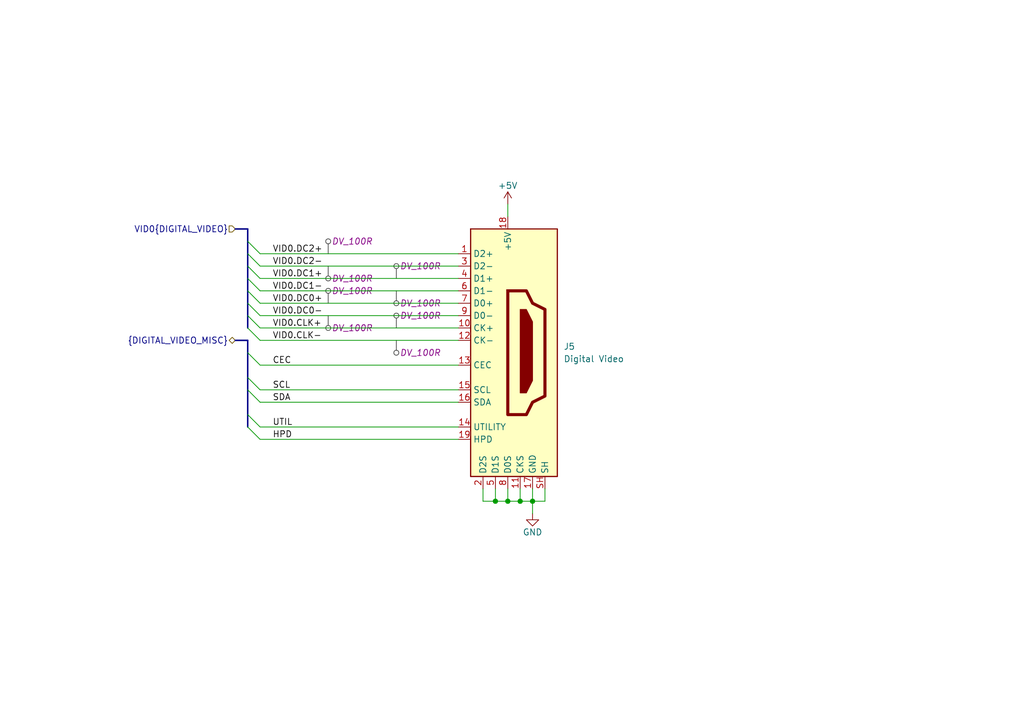
<source format=kicad_sch>
(kicad_sch (version 20231120) (generator "eeschema") (generator_version "8.0")
  (paper "A5")
  (title_block (title "Digital Video Connector") (date "2024-05-13") (rev "x") (comment 2 "CERN-OHL-W-2.0") (comment 3 "xxxxxxxx") (comment 4 "Filip Piórski"))
  (lib_symbols
    (symbol "Connector:HDMI_A"
      (property "Reference" "J5" (at 11.43 1.2701 0))
      (property "Value" "HDMI_A" (at 11.43 -1.2699 0))
      (symbol "HDMI_A_0_1"
        (rectangle (start -7.62 25.4) (end 10.16 -25.4) (stroke (width 0.254)) (fill (type background)))
        (polyline (pts (xy 2.54 8.89) (xy 3.81 8.89) (xy 5.08 6.35) (xy 5.08 -5.715) (xy 3.81 -8.255) (xy 2.54 -8.255) (xy 2.54 8.89)) (fill (type outline)))
        (polyline (pts (xy 0 12.7) (xy 0 -12.7) (xy 3.81 -12.7) (xy 5.08 -10.16) (xy 7.62 -8.89) (xy 7.62 8.89) (xy 5.08 10.16) (xy 3.81 12.7) (xy 0 12.7)) (stroke (width 0.635)))
      )
      (symbol "HDMI_A_1_1"
        (pin passive line (at -10.16 20.32 0) (length 2.54) (name "D2+") (number "1"))
        (pin passive line (at -10.16 5.08 0) (length 2.54) (name "CK+") (number "10"))
        (pin power_in line (at 2.54 -27.94 90) (length 2.54) (name "CKS") (number "11"))
        (pin passive line (at -10.16 2.54 0) (length 2.54) (name "CK-") (number "12"))
        (pin bidirectional line (at -10.16 -2.54 0) (length 2.54) (name "CEC") (number "13"))
        (pin passive line (at -10.16 -15.24 0) (length 2.54) (name "UTILITY") (number "14"))
        (pin passive line (at -10.16 -7.62 0) (length 2.54) (name "SCL") (number "15"))
        (pin bidirectional line (at -10.16 -10.16 0) (length 2.54) (name "SDA") (number "16"))
        (pin power_in line (at 5.08 -27.94 90) (length 2.54) (name "GND") (number "17"))
        (pin power_in line (at 0 27.94 270) (length 2.54) (name "+5V") (number "18"))
        (pin passive line (at -10.16 -17.78 0) (length 2.54) (name "HPD") (number "19"))
        (pin power_in line (at -5.08 -27.94 90) (length 2.54) (name "D2S") (number "2"))
        (pin passive line (at -10.16 17.78 0) (length 2.54) (name "D2-") (number "3"))
        (pin passive line (at -10.16 15.24 0) (length 2.54) (name "D1+") (number "4"))
        (pin power_in line (at -2.54 -27.94 90) (length 2.54) (name "D1S") (number "5"))
        (pin passive line (at -10.16 12.7 0) (length 2.54) (name "D1-") (number "6"))
        (pin passive line (at -10.16 10.16 0) (length 2.54) (name "D0+") (number "7"))
        (pin power_in line (at 0 -27.94 90) (length 2.54) (name "D0S") (number "8"))
        (pin passive line (at -10.16 7.62 0) (length 2.54) (name "D0-") (number "9"))
        (pin passive line (at 7.62 -27.94 90) (length 2.54) (name "SH") (number "SH"))
      )
    )
    (symbol "power:+5V" (power) (pin_names (offset 0))
      (property "Value" "+5V" (at 0 3.556 0))
      (symbol "+5V_0_1"
        (polyline (pts (xy -0.762 1.27) (xy 0 2.54)))
        (polyline (pts (xy 0 0) (xy 0 2.54)))
        (polyline (pts (xy 0 2.54) (xy 0.762 1.27)))
      )
      (symbol "+5V_1_1"
        (pin power_in line (at 0 0 90) (length 0) hide (name "+5V") (number "1"))
      )
    )
    (symbol "power:GND" (power) (pin_names (offset 0))
      (property "Value" "GND" (at 0 -3.81 0))
      (symbol "GND_0_1"
        (polyline (pts (xy 0 0) (xy 0 -1.27) (xy 1.27 -1.27) (xy 0 -2.54) (xy -1.27 -1.27) (xy 0 -1.27)))
      )
      (symbol "GND_1_1"
        (pin power_in line (at 0 0 270) (length 0) hide (name "GND") (number "1"))
      )
    )
  )
  (bus_alias "DIGITAL_VIDEO_MISC" (members "CEC" "SCL" "SDA" "UTIL" "HPD"))
  (junction (at 101.6 102.87))
  (junction (at 104.14 102.87))
  (junction (at 106.68 102.87))
  (junction (at 109.22 102.87))
  (bus_entry (at 50.8 87.63) (size 2.54 2.54))
  (bus_entry (at 50.8 85.09) (size 2.54 2.54))
  (bus_entry (at 50.8 67.31) (size 2.54 2.54))
  (bus_entry (at 50.8 54.61) (size 2.54 2.54))
  (bus_entry (at 50.8 64.77) (size 2.54 2.54))
  (bus_entry (at 50.8 49.53) (size 2.54 2.54))
  (bus_entry (at 50.8 72.39) (size 2.54 2.54))
  (bus_entry (at 50.8 52.07) (size 2.54 2.54))
  (bus_entry (at 50.8 77.47) (size 2.54 2.54))
  (bus_entry (at 50.8 57.15) (size 2.54 2.54))
  (bus_entry (at 50.8 62.23) (size 2.54 2.54))
  (bus_entry (at 50.8 80.01) (size 2.54 2.54))
  (bus_entry (at 50.8 59.69) (size 2.54 2.54))
  (bus (pts (xy 50.8 49.53) (xy 50.8 52.07)))
  (wire (pts (xy 53.34 74.93) (xy 93.98 74.93)))
  (wire (pts (xy 53.34 62.23) (xy 93.98 62.23)))
  (bus (pts (xy 50.8 57.15) (xy 50.8 59.69)))
  (wire (pts (xy 106.68 100.33) (xy 106.68 102.87)))
  (wire (pts (xy 53.34 67.31) (xy 93.98 67.31)))
  (wire (pts (xy 53.34 59.69) (xy 93.98 59.69)))
  (wire (pts (xy 104.14 100.33) (xy 104.14 102.87)))
  (bus (pts (xy 50.8 69.85) (xy 50.8 72.39)))
  (bus (pts (xy 50.8 62.23) (xy 50.8 64.77)))
  (wire (pts (xy 53.34 82.55) (xy 93.98 82.55)))
  (wire (pts (xy 106.68 102.87) (xy 109.22 102.87)))
  (wire (pts (xy 53.34 87.63) (xy 93.98 87.63)))
  (wire (pts (xy 99.06 100.33) (xy 99.06 102.87)))
  (wire (pts (xy 53.34 90.17) (xy 93.98 90.17)))
  (wire (pts (xy 101.6 100.33) (xy 101.6 102.87)))
  (bus (pts (xy 50.8 64.77) (xy 50.8 67.31)))
  (wire (pts (xy 106.68 102.87) (xy 104.14 102.87)))
  (bus (pts (xy 50.8 52.07) (xy 50.8 54.61)))
  (wire (pts (xy 101.6 102.87) (xy 99.06 102.87)))
  (bus (pts (xy 50.8 80.01) (xy 50.8 85.09)))
  (bus (pts (xy 48.26 46.99) (xy 50.8 46.99)))
  (wire (pts (xy 111.76 100.33) (xy 111.76 102.87)))
  (bus (pts (xy 50.8 59.69) (xy 50.8 62.23)))
  (wire (pts (xy 104.14 41.91) (xy 104.14 44.45)))
  (wire (pts (xy 53.34 69.85) (xy 93.98 69.85)))
  (wire (pts (xy 53.34 64.77) (xy 93.98 64.77)))
  (bus (pts (xy 50.8 46.99) (xy 50.8 49.53)))
  (bus (pts (xy 50.8 72.39) (xy 50.8 77.47)))
  (wire (pts (xy 53.34 80.01) (xy 93.98 80.01)))
  (wire (pts (xy 109.22 102.87) (xy 111.76 102.87)))
  (wire (pts (xy 104.14 102.87) (xy 101.6 102.87)))
  (bus (pts (xy 50.8 77.47) (xy 50.8 80.01)))
  (wire (pts (xy 109.22 100.33) (xy 109.22 102.87)))
  (wire (pts (xy 53.34 54.61) (xy 93.98 54.61)))
  (bus (pts (xy 50.8 54.61) (xy 50.8 57.15)))
  (bus (pts (xy 50.8 85.09) (xy 50.8 87.63)))
  (wire (pts (xy 109.22 102.87) (xy 109.22 105.41)))
  (wire (pts (xy 53.34 57.15) (xy 93.98 57.15)))
  (bus (pts (xy 48.26 69.85) (xy 50.8 69.85)))
  (wire (pts (xy 53.34 52.07) (xy 93.98 52.07)))
  (label "UTIL" (at 55.88 87.63 0))
  (label "SDA" (at 55.88 82.55 0))
  (label "VID0.DC2+" (at 55.88 52.07 0))
  (label "VID0.CLK-" (at 55.88 69.85 0))
  (label "CEC" (at 55.88 74.93 0))
  (label "VID0.CLK+" (at 55.88 67.31 0))
  (label "VID0.DC0+" (at 55.88 62.23 0))
  (label "VID0.DC1-" (at 55.88 59.69 0))
  (label "VID0.DC1+" (at 55.88 57.15 0))
  (label "VID0.DC0-" (at 55.88 64.77 0))
  (label "VID0.DC2-" (at 55.88 54.61 0))
  (label "SCL" (at 55.88 80.01 0))
  (label "HPD" (at 55.88 90.17 0))
  (hierarchical_label "VID0{DIGITAL_VIDEO}" (shape input) (at 48.26 46.99 180))
  (hierarchical_label "{DIGITAL_VIDEO_MISC}" (shape bidirectional) (at 48.26 69.85 180))
  (netclass_flag "" (length 2.54) (shape round) (at 67.31 64.77 180) (property "Netclass" "DV_100R" (at 68.0085 67.31 0) (effects (font (italic yes)) (justify left))))
  (netclass_flag "" (length 2.54) (shape round) (at 67.31 52.07 0) (property "Netclass" "DV_100R" (at 68.0085 49.53 0) (effects (font (italic yes)) (justify left))))
  (netclass_flag "" (length 2.54) (shape round) (at 67.31 62.23 0) (property "Netclass" "DV_100R" (at 68.0085 59.69 0) (effects (font (italic yes)) (justify left))))
  (netclass_flag "" (length 2.54) (shape round) (at 81.28 67.31 0) (property "Netclass" "DV_100R" (at 81.9785 64.77 0) (effects (font (italic yes)) (justify left))))
  (netclass_flag "" (length 2.54) (shape round) (at 81.28 69.85 180) (property "Netclass" "DV_100R" (at 81.9785 72.39 0) (effects (font (italic yes)) (justify left))))
  (netclass_flag "" (length 2.54) (shape round) (at 67.31 54.61 180) (property "Netclass" "DV_100R" (at 68.0085 57.15 0) (effects (font (italic yes)) (justify left))))
  (netclass_flag "" (length 2.54) (shape round) (at 81.28 57.15 0) (property "Netclass" "DV_100R" (at 81.9785 54.61 0) (effects (font (italic yes)) (justify left))))
  (netclass_flag "" (length 2.54) (shape round) (at 81.28 59.69 180) (property "Netclass" "DV_100R" (at 81.9785 62.23 0) (effects (font (italic yes)) (justify left))))
  (symbol (lib_id "power:+5V") (at 104.14 41.91 0) (unit 1)
    (property "Reference" "#PWR035" (effects (hide yes)))
    (property "Value" "+5V" (at 104.14 38.1 0))
    (property "Description" "Power symbol creates a global label with name \"+5V\"" (effects (hide yes)))
  )
  (symbol (lib_id "Connector:HDMI_A") (at 104.14 72.39 0) (unit 1)
    (property "Reference" "J5" (at 115.57 71.1199 0) (effects (justify left)))
    (property "Value" "Digital Video" (at 115.57 73.6599 0) (effects (justify left)))
    (property "Footprint" "Connector_HDMI:HDMI_A_Molex_208658-1001_Horizontal" (effects (hide yes)))
    (property "Datasheet" "https://en.wikipedia.org/wiki/HDMI" (effects (hide yes)))
    (property "Description" "HDMI type A connector" (effects (hide yes)))
    (property "LCSC" "C341098" (effects (hide yes)))
  )
  (symbol (lib_id "power:GND") (at 109.22 105.41 0) (unit 1)
    (property "Reference" "#PWR036" (effects (hide yes)))
    (property "Value" "GND" (at 109.22 109.22 0))
    (property "Description" "Power symbol creates a global label with name \"GND\" , ground" (effects (hide yes)))
  )
)
</source>
